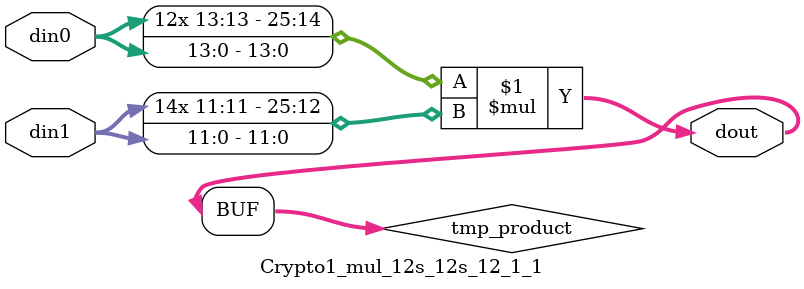
<source format=v>

`timescale 1 ns / 1 ps

 module Crypto1_mul_12s_12s_12_1_1(din0, din1, dout);
parameter ID = 1;
parameter NUM_STAGE = 0;
parameter din0_WIDTH = 14;
parameter din1_WIDTH = 12;
parameter dout_WIDTH = 26;

input [din0_WIDTH - 1 : 0] din0; 
input [din1_WIDTH - 1 : 0] din1; 
output [dout_WIDTH - 1 : 0] dout;

wire signed [dout_WIDTH - 1 : 0] tmp_product;



























assign tmp_product = $signed(din0) * $signed(din1);








assign dout = tmp_product;





















endmodule

</source>
